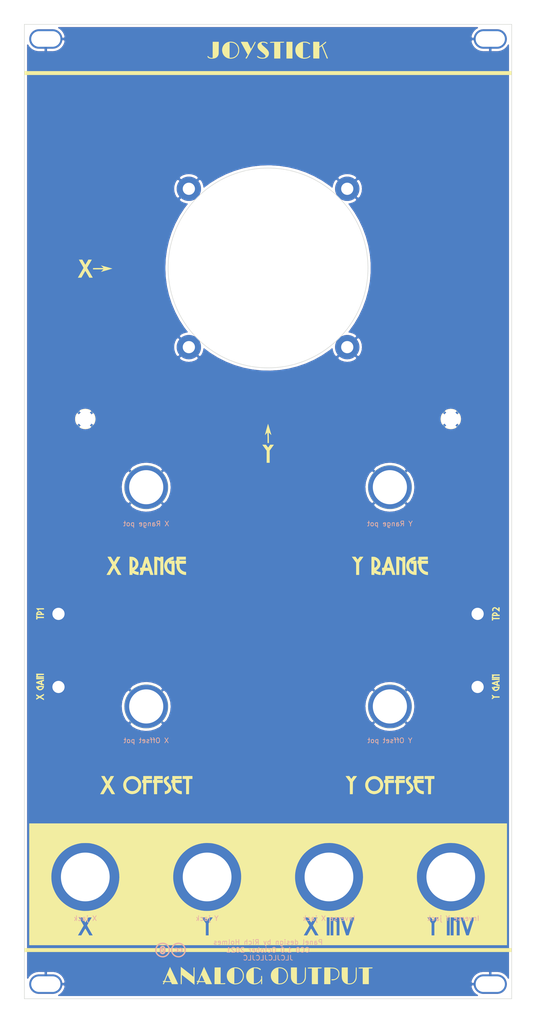
<source format=kicad_pcb>
(kicad_pcb (version 20171130) (host pcbnew 5.1.11-e4df9d881f~92~ubuntu20.04.1)
  (layers (0 F.Cu signal) (31 B.Cu signal) (34 B.Paste user) (35 F.Paste user) (36 B.SilkS user hide) (37 F.SilkS user) (38 B.Mask user) (39 F.Mask user) (44 Edge.Cuts user))
  (net 0 "")
  (net 1 GND)
  (module joystick_panel:joystick_panel_art (layer F.Cu) (at 66.1 107.6)
    (fp_text reference GRAF2 hide)
    (fp_text value Art hide)
  )
  (module Kosmo_panel:Kosmo_Trimmer_Pot_Hole (layer F.Cu) (at 109.1 128.6)
    (fp_text reference H20 hide)
    (fp_text value Trimmer_Hole)
    (pad "" np_thru_hole circle (at 0 0) (size 2.5 2.5) (drill 2.5) (layers *.Mask F.Cu))
  )
  (module Kosmo_panel:Kosmo_Trimmer_Pot_Hole (layer F.Cu) (at 23.1 128.6)
    (fp_text reference H19 hide)
    (fp_text value Trimmer_Hole)
    (pad "" np_thru_hole circle (at 0 0) (size 2.5 2.5) (drill 2.5) (layers *.Mask F.Cu))
  )
  (module Kosmo_panel:Kosmo_Trimmer_Pot_Hole (layer F.Cu) (at 109.1 143.6)
    (fp_text reference H18 hide)
    (fp_text value Trimmer_Hole)
    (pad "" np_thru_hole circle (at 0 0) (size 2.5 2.5) (drill 2.5) (layers *.Mask F.Cu))
  )
  (module Kosmo_panel:Kosmo_Trimmer_Pot_Hole (layer F.Cu) (at 23.1 143.6)
    (fp_text reference H17 hide)
    (fp_text value Trimmer_Hole)
    (pad "" np_thru_hole circle (at 0 0) (size 2.5 2.5) (drill 2.5) (layers *.Mask F.Cu))
  )
  (module ao_tht:MountingHole_3.2mm_M3 (layer F.Cu) (at 103.6 88.6)
    (fp_text reference H16 hide)
    (fp_text value Mounting_Hole)
    (pad 1 np_thru_hole circle (at 0 0) (size 3.2 3.2) (drill 3.2) (layers *.Cu *.Mask) (net 1 GND))
  )
  (module ao_tht:MountingHole_3.2mm_M3 (layer F.Cu) (at 28.6 88.6)
    (fp_text reference H15 hide)
    (fp_text value Mounting_Hole)
    (pad 1 np_thru_hole circle (at 0 0) (size 3.2 3.2) (drill 3.2) (layers *.Cu *.Mask) (net 1 GND))
  )
  (module MountingHole:MountingHole_2.5mm_Pad (layer F.Cu) (at 82.35 73.85)
    (fp_text reference H13 hide)
    (fp_text value Mounting_Hole)
    (pad 1 thru_hole circle (at 0 0) (size 5 5) (drill 2.5) (layers *.Cu *.Mask) (net 1 GND))
  )
  (module MountingHole:MountingHole_2.5mm_Pad (layer F.Cu) (at 49.85 73.85)
    (fp_text reference H12 hide)
    (fp_text value Mounting_Hole)
    (pad 1 thru_hole circle (at 0 0) (size 5 5) (drill 2.5) (layers *.Cu *.Mask) (net 1 GND))
  )
  (module MountingHole:MountingHole_2.5mm_Pad (layer F.Cu) (at 82.35 41.35)
    (fp_text reference H10 hide)
    (fp_text value Mounting_Hole)
    (pad 1 thru_hole circle (at 0 0) (size 5 5) (drill 2.5) (layers *.Cu *.Mask) (net 1 GND))
  )
  (module MountingHole:MountingHole_2.5mm_Pad (layer F.Cu) (at 49.85 41.35)
    (fp_text reference H9 hide)
    (fp_text value Mounting_Hole)
    (pad 1 thru_hole circle (at 0 0) (size 5 5) (drill 2.5) (layers *.Cu *.Mask) (net 1 GND))
  )
  (module Kosmo_panel:Kosmo_Pot_Hole (layer F.Cu) (at 91.1 147.6)
    (fp_text reference H8 hide)
    (fp_text value Pot_Hole)
    (pad 1 thru_hole circle (at 0 0) (size 9 9) (drill 7) (layers *.Cu *.Mask) (net 1 GND))
  )
  (module Kosmo_panel:Kosmo_Pot_Hole (layer F.Cu) (at 41.1 147.6)
    (fp_text reference H7 hide)
    (fp_text value Pot_Hole)
    (pad 1 thru_hole circle (at 0 0) (size 9 9) (drill 7) (layers *.Cu *.Mask) (net 1 GND))
  )
  (module Kosmo_panel:Kosmo_Pot_Hole (layer F.Cu) (at 91.1 102.6)
    (fp_text reference H6 hide)
    (fp_text value Pot_Hole)
    (pad 1 thru_hole circle (at 0 0) (size 9 9) (drill 7) (layers *.Cu *.Mask) (net 1 GND))
  )
  (module Kosmo_panel:Kosmo_Pot_Hole (layer F.Cu) (at 41.1 102.6)
    (fp_text reference H5 hide)
    (fp_text value Pot_Hole)
    (pad 1 thru_hole circle (at 0 0) (size 9 9) (drill 7) (layers *.Cu *.Mask) (net 1 GND))
  )
  (module joystick_panel:joystick_panel_holes (layer F.Cu) (at 66.1 107.6)
    (fp_text reference GRAF1 hide)
    (fp_text value Holes hide)
  )
  (module ao_tht:CC0_logo (layer B.Cu) (at 46.1 197.6 180)
    (fp_text reference GRAF3 hide)
    (fp_text value "CC0 logo" hide)
  )
  (module Kosmo_panel:Kosmo_Jack_Hole (layer F.Cu) (at 53.6 182.6)
    (fp_text reference H4 hide)
    (fp_text value Jack_Hole)
    (pad 1 thru_hole circle (at 0 0) (size 14 14) (drill 10) (layers *.Cu *.Mask) (net 1 GND))
  )
  (module Kosmo_panel:Kosmo_Jack_Hole (layer F.Cu) (at 103.6 182.6)
    (fp_text reference H3 hide)
    (fp_text value Jack_Hole)
    (pad 1 thru_hole circle (at 0 0) (size 14 14) (drill 10) (layers *.Cu *.Mask) (net 1 GND))
  )
  (module Kosmo_panel:Kosmo_Jack_Hole (layer F.Cu) (at 28.6 182.6)
    (fp_text reference H2 hide)
    (fp_text value Jack_Hole)
    (pad 1 thru_hole circle (at 0 0) (size 14 14) (drill 10) (layers *.Cu *.Mask) (net 1 GND))
  )
  (module Kosmo_panel:Kosmo_Panel_Dual_Slotted_Mounting_Holes (layer F.Cu) (at 113.1 10.6 180)
    (fp_text reference H14 hide)
    (fp_text value Panel)
    (pad 1 thru_hole oval (at 1.4 -194 180) (size 6.8 4) (drill oval 6 3.2) (layers *.Cu *.Mask) (net 1 GND))
    (pad 1 thru_hole oval (at 1.4 0 180) (size 6.8 4) (drill oval 6 3.2) (layers *.Cu *.Mask) (net 1 GND))
  )
  (module Kosmo_panel:Kosmo_Panel_Dual_Slotted_Mounting_Holes (layer F.Cu) (at 19.1 204.6)
    (fp_text reference H11 hide)
    (fp_text value Panel)
    (pad 1 thru_hole oval (at 1.4 -194) (size 6.8 4) (drill oval 6 3.2) (layers *.Cu *.Mask) (net 1 GND))
    (pad 1 thru_hole oval (at 1.4 0) (size 6.8 4) (drill oval 6 3.2) (layers *.Cu *.Mask) (net 1 GND))
  )
  (module Kosmo_panel:Kosmo_Jack_Hole (layer F.Cu) (at 78.6 182.6)
    (fp_text reference H1 hide)
    (fp_text value Jack_Hole)
    (pad 1 thru_hole circle (at 0 0) (size 14 14) (drill 10) (layers *.Cu *.Mask) (net 1 GND))
  )
  (gr_text "X jack" (at 28.6 191.1) (layer B.SilkS) (effects (font (size 1 1)) (justify mirror)))
  (gr_text "Y jack" (at 53.6 191.1) (layer B.SilkS) (effects (font (size 1 1)) (justify mirror)))
  (gr_text "Inverse X jack" (at 78.6 191.1) (layer B.SilkS) (effects (font (size 1 1)) (justify mirror)))
  (gr_text "Inverse Y jack" (at 104.1 191.1) (layer B.SilkS) (effects (font (size 1 1)) (justify mirror)))
  (gr_text "Y Offset pot" (at 91.1 154.6) (layer B.SilkS) (effects (font (size 1 1)) (justify mirror)))
  (gr_text "X Offset pot" (at 41.1 154.6) (layer B.SilkS) (effects (font (size 1 1)) (justify mirror)))
  (gr_text "X Range pot" (at 41.1 110.1) (layer B.SilkS) (effects (font (size 1 1)) (justify mirror)))
  (gr_text "Y Range pot" (at 91.1 110.1) (layer B.SilkS) (effects (font (size 1 1)) (justify mirror)))
  (gr_circle (center 66.1 57.6) (end 86.6 57.6) (layer Edge.Cuts) (width 0.1))
  (gr_text "Panel design by Rich Holmes\nCC0 1.0 October 2021\nJLCJLCJLCJLC" (at 66.1 197.6) (layer B.SilkS) (effects (font (size 1 1)) (justify mirror)))
  (gr_line (start 116.1 7.6) (end 16.1 7.6) (layer Edge.Cuts) (width 0.1))
  (gr_line (start 116.1 207.6) (end 116.1 7.6) (layer Edge.Cuts) (width 0.1))
  (gr_line (start 16.1 207.6) (end 116.1 207.6) (layer Edge.Cuts) (width 0.1))
  (gr_line (start 16.1 7.6) (end 16.1 207.6) (layer Edge.Cuts) (width 0.1))
  (zone (net 1) (net_name GND) (layer F.Cu) (connect_pads (clearance 0.508)) (min_thickness 0.254) (fill yes (arc_segments 32) (thermal_gap 0.508) (thermal_bridge_width 0.508))
    (polygon (pts (xy 121.1 212.6) (xy 11.1 212.6) (xy 11.1 2.6) (xy 121.1 2.6)))
  )
  (zone (net 1) (net_name GND) (layer B.Cu) (connect_pads (clearance 0.508)) (min_thickness 0.254) (fill yes (arc_segments 32) (thermal_gap 0.508) (thermal_bridge_width 0.508))
    (polygon (pts (xy 121.1 212.6) (xy 11.1 212.6) (xy 11.1 2.6) (xy 121.1 2.6)))
  )
)
</source>
